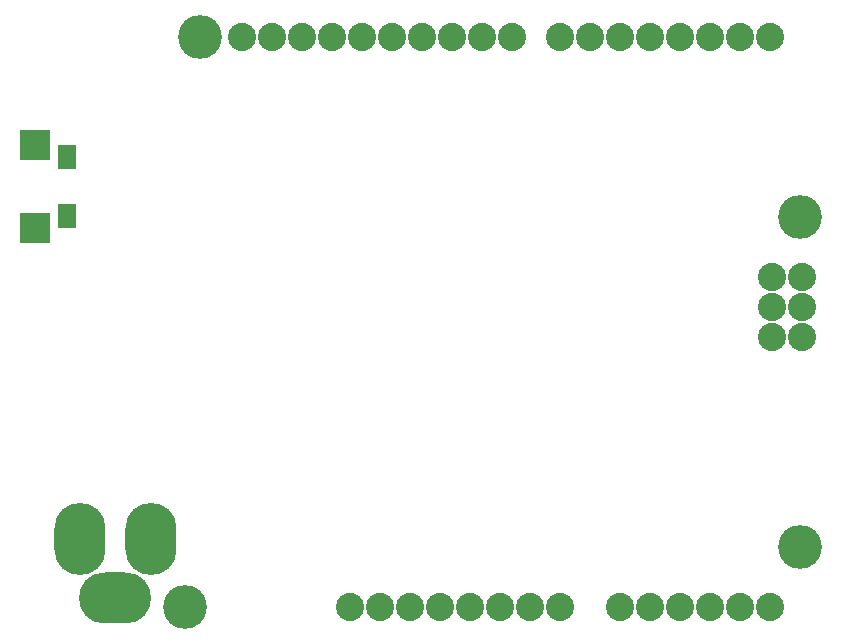
<source format=gbs>
G04 (created by PCBNEW-RS274X (2012-01-19 BZR 3256)-stable) date 2013/3/11 15:33:10*
G01*
G70*
G90*
%MOIN*%
G04 Gerber Fmt 3.4, Leading zero omitted, Abs format*
%FSLAX34Y34*%
G04 APERTURE LIST*
%ADD10C,0.000100*%
%ADD11C,0.094000*%
%ADD12O,0.240000X0.170000*%
%ADD13O,0.170000X0.240000*%
%ADD14C,0.146000*%
%ADD15R,0.101000X0.101000*%
%ADD16R,0.060000X0.080000*%
G04 APERTURE END LIST*
G54D10*
G54D11*
X53300Y-40500D03*
X54300Y-40500D03*
X53300Y-41500D03*
X54300Y-41500D03*
X53300Y-42500D03*
X54300Y-42500D03*
G54D12*
X31420Y-51200D03*
G54D13*
X32600Y-49230D03*
X30240Y-49230D03*
G54D14*
X34250Y-32500D03*
X54250Y-38500D03*
X33750Y-51500D03*
X54250Y-49500D03*
G54D11*
X37650Y-32500D03*
X38650Y-32500D03*
X43650Y-32500D03*
X42650Y-32500D03*
X41650Y-32500D03*
X40650Y-32500D03*
X39650Y-32500D03*
X36650Y-32500D03*
X35650Y-32500D03*
X44650Y-32500D03*
X52250Y-32500D03*
X51250Y-32500D03*
X50250Y-32500D03*
X49250Y-32500D03*
X48250Y-32500D03*
X47250Y-32500D03*
X46250Y-32500D03*
X53250Y-32500D03*
X48250Y-51500D03*
X49250Y-51500D03*
X50250Y-51500D03*
X51250Y-51500D03*
X52250Y-51500D03*
X53250Y-51500D03*
X40250Y-51500D03*
X41250Y-51500D03*
X42250Y-51500D03*
X43250Y-51500D03*
X44250Y-51500D03*
X45250Y-51500D03*
X46250Y-51500D03*
X39250Y-51500D03*
G54D15*
X28750Y-36120D03*
X28750Y-38880D03*
G54D16*
X29810Y-36520D03*
X29810Y-38480D03*
M02*

</source>
